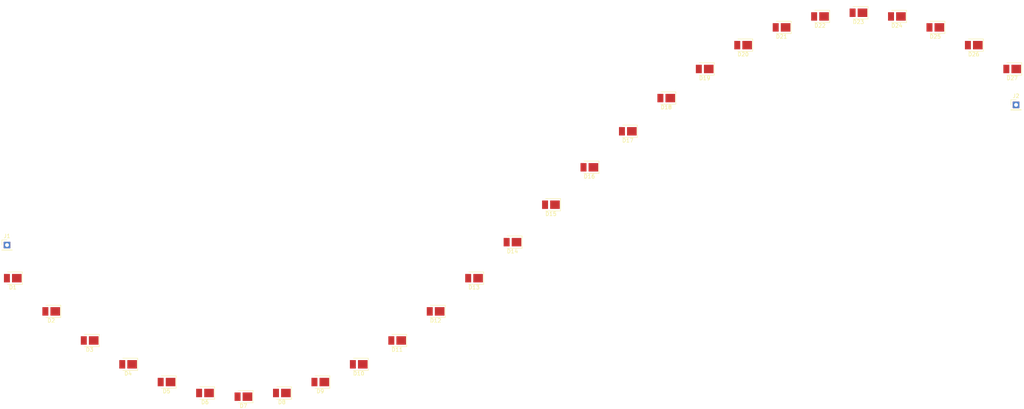
<source format=kicad_pcb>
(kicad_pcb (version 20211014) (generator pcbnew)
  (layers (0 "F.Cu" signal) (31 "B.Cu" signal) (34 "B.Paste" user) (35 "F.Paste" user) (36 "B.SilkS" user "B.Silkscreen") (37 "F.SilkS" user "F.Silkscreen") (38 "B.Mask" user) (39 "F.Mask" user) (44 "Edge.Cuts" user))
  (net 0 "")
  (net 1 "Net-(D1-Pad1)")
  (net 2 "Net-(D1-Pad2)")
  (net 3 "Net-(D2-Pad1)")
  (net 4 "Net-(D3-Pad1)")
  (net 5 "Net-(D4-Pad1)")
  (net 6 "Net-(D5-Pad1)")
  (net 7 "Net-(D6-Pad1)")
  (net 8 "Net-(D7-Pad1)")
  (net 9 "Net-(D8-Pad1)")
  (net 10 "Net-(D10-Pad2)")
  (net 11 "Net-(D10-Pad1)")
  (net 12 "Net-(D11-Pad1)")
  (net 13 "Net-(D12-Pad1)")
  (net 14 "Net-(D13-Pad1)")
  (net 15 "Net-(D14-Pad1)")
  (net 16 "Net-(D15-Pad1)")
  (net 17 "Net-(D16-Pad1)")
  (net 18 "Net-(D17-Pad1)")
  (net 19 "Net-(D18-Pad1)")
  (net 20 "Net-(D19-Pad1)")
  (net 21 "Net-(D20-Pad1)")
  (net 22 "Net-(D21-Pad1)")
  (net 23 "Net-(D22-Pad1)")
  (net 24 "Net-(D23-Pad1)")
  (net 25 "Net-(D24-Pad1)")
  (net 26 "Net-(D25-Pad1)")
  (net 27 "Net-(D26-Pad1)")
  (net 28 "Net-(D27-Pad1)")
  (footprint "LED_SMD:LED_PLCC_2835_Handsoldering" (layer "F.Cu") (at 100 146.19 180)
    (fp_text reference "D9" (at 0 -2.4 180) (layer "F.SilkS"))
    (fp_text value "LED_ALT")
    (fp_line (start -2.5 -1.6) (end -2.5 1.6) (layer "F.SilkS") (width 0.12))
    (fp_line (start 1.4 -1.6) (end -2.5 -1.6) (layer "F.SilkS") (width 0.12))
    (fp_line (start 1.4 1.6) (end -2.5 1.6) (layer "F.SilkS") (width 0.12))
    (pad "1" smd rect locked (at -1.05 0 180) (size 2.5 2.2) (layers "F.Cu" "F.Paste" "F.Mask") (net 10 "Net-(D10-Pad2)"))
    (pad "2" smd rect locked (at 1.525 0 180) (size 1.55 2.2) (layers "F.Cu" "F.Paste" "F.Mask") (net 9 "Net-(D8-Pad1)"))
  )
  (footprint "LED_SMD:LED_PLCC_2835_Handsoldering" (layer "F.Cu") (at 190 72.22 180)
    (fp_text reference "D18" (at 0 -2.4 180) (layer "F.SilkS"))
    (fp_text value "LED_ALT")
    (fp_line (start 1.4 1.6) (end -2.5 1.6) (layer "F.SilkS") (width 0.12))
    (fp_line (start 1.4 -1.6) (end -2.5 -1.6) (layer "F.SilkS") (width 0.12))
    (fp_line (start -2.5 -1.6) (end -2.5 1.6) (layer "F.SilkS") (width 0.12))
    (pad "1" smd rect locked (at -1.05 0 180) (size 2.5 2.2) (layers "F.Cu" "F.Paste" "F.Mask") (net 19 "Net-(D18-Pad1)"))
    (pad "2" smd rect locked (at 1.525 0 180) (size 1.55 2.2) (layers "F.Cu" "F.Paste" "F.Mask") (net 18 "Net-(D17-Pad1)"))
  )
  (footprint "LED_SMD:LED_PLCC_2835_Handsoldering" (layer "F.Cu") (at 150 109.75 180)
    (fp_text reference "D14" (at 0 -2.4 180) (layer "F.SilkS"))
    (fp_text value "LED_ALT")
    (fp_line (start -2.5 -1.6) (end -2.5 1.6) (layer "F.SilkS") (width 0.12))
    (fp_line (start 1.4 -1.6) (end -2.5 -1.6) (layer "F.SilkS") (width 0.12))
    (fp_line (start 1.4 1.6) (end -2.5 1.6) (layer "F.SilkS") (width 0.12))
    (pad "1" smd rect locked (at -1.05 0 180) (size 2.5 2.2) (layers "F.Cu" "F.Paste" "F.Mask") (net 15 "Net-(D14-Pad1)"))
    (pad "2" smd rect locked (at 1.525 0 180) (size 1.55 2.2) (layers "F.Cu" "F.Paste" "F.Mask") (net 14 "Net-(D13-Pad1)"))
  )
  (footprint "LED_SMD:LED_PLCC_2835_Handsoldering" (layer "F.Cu") (at 60 146.19 180)
    (fp_text reference "D5" (at 0 -2.4 180) (layer "F.SilkS"))
    (fp_text value "LED_ALT")
    (fp_line (start 1.4 -1.6) (end -2.5 -1.6) (layer "F.SilkS") (width 0.12))
    (fp_line (start 1.4 1.6) (end -2.5 1.6) (layer "F.SilkS") (width 0.12))
    (fp_line (start -2.5 -1.6) (end -2.5 1.6) (layer "F.SilkS") (width 0.12))
    (pad "1" smd rect locked (at -1.05 0 180) (size 2.5 2.2) (layers "F.Cu" "F.Paste" "F.Mask") (net 6 "Net-(D5-Pad1)"))
    (pad "2" smd rect locked (at 1.525 0 180) (size 1.55 2.2) (layers "F.Cu" "F.Paste" "F.Mask") (net 5 "Net-(D4-Pad1)"))
  )
  (footprint "LED_SMD:LED_PLCC_2835_Handsoldering" (layer "F.Cu") (at 70 149.04 180)
    (fp_text reference "D6" (at 0 -2.4 180) (layer "F.SilkS"))
    (fp_text value "LED_ALT")
    (fp_line (start 1.4 -1.6) (end -2.5 -1.6) (layer "F.SilkS") (width 0.12))
    (fp_line (start 1.4 1.6) (end -2.5 1.6) (layer "F.SilkS") (width 0.12))
    (fp_line (start -2.5 -1.6) (end -2.5 1.6) (layer "F.SilkS") (width 0.12))
    (pad "1" smd rect locked (at -1.05 0 180) (size 2.5 2.2) (layers "F.Cu" "F.Paste" "F.Mask") (net 7 "Net-(D6-Pad1)"))
    (pad "2" smd rect locked (at 1.525 0 180) (size 1.55 2.2) (layers "F.Cu" "F.Paste" "F.Mask") (net 6 "Net-(D5-Pad1)"))
  )
  (footprint "LED_SMD:LED_PLCC_2835_Handsoldering" (layer "F.Cu") (at 240 50 180)
    (fp_text reference "D23" (at 0 -2.4 180) (layer "F.SilkS"))
    (fp_text value "LED_ALT")
    (fp_line (start 1.4 1.6) (end -2.5 1.6) (layer "F.SilkS") (width 0.12))
    (fp_line (start 1.4 -1.6) (end -2.5 -1.6) (layer "F.SilkS") (width 0.12))
    (fp_line (start -2.5 -1.6) (end -2.5 1.6) (layer "F.SilkS") (width 0.12))
    (pad "1" smd rect locked (at -1.05 0 180) (size 2.5 2.2) (layers "F.Cu" "F.Paste" "F.Mask") (net 24 "Net-(D23-Pad1)"))
    (pad "2" smd rect locked (at 1.525 0 180) (size 1.55 2.2) (layers "F.Cu" "F.Paste" "F.Mask") (net 23 "Net-(D22-Pad1)"))
  )
  (footprint "LED_SMD:LED_PLCC_2835_Handsoldering" (layer "F.Cu") (at 230 50.96 180)
    (fp_text reference "D22" (at 0 -2.4 180) (layer "F.SilkS"))
    (fp_text value "LED_ALT")
    (fp_line (start 1.4 1.6) (end -2.5 1.6) (layer "F.SilkS") (width 0.12))
    (fp_line (start -2.5 -1.6) (end -2.5 1.6) (layer "F.SilkS") (width 0.12))
    (fp_line (start 1.4 -1.6) (end -2.5 -1.6) (layer "F.SilkS") (width 0.12))
    (pad "1" smd rect locked (at -1.05 0 180) (size 2.5 2.2) (layers "F.Cu" "F.Paste" "F.Mask") (net 23 "Net-(D22-Pad1)"))
    (pad "2" smd rect locked (at 1.525 0 180) (size 1.55 2.2) (layers "F.Cu" "F.Paste" "F.Mask") (net 22 "Net-(D21-Pad1)"))
  )
  (footprint "LED_SMD:LED_PLCC_2835_Handsoldering" (layer "F.Cu") (at 20 119.13 180)
    (fp_text reference "D1" (at 0 -2.4 180) (layer "F.SilkS"))
    (fp_text value "LED_ALT")
    (fp_line (start 1.4 1.6) (end -2.5 1.6) (layer "F.SilkS") (width 0.12))
    (fp_line (start -2.5 -1.6) (end -2.5 1.6) (layer "F.SilkS") (width 0.12))
    (fp_line (start 1.4 -1.6) (end -2.5 -1.6) (layer "F.SilkS") (width 0.12))
    (pad "1" smd rect locked (at -1.05 0 180) (size 2.5 2.2) (layers "F.Cu" "F.Paste" "F.Mask") (net 1 "Net-(D1-Pad1)"))
    (pad "2" smd rect locked (at 1.525 0 180) (size 1.55 2.2) (layers "F.Cu" "F.Paste" "F.Mask") (net 2 "Net-(D1-Pad2)"))
  )
  (footprint "Connector_PinHeader_2.54mm:PinHeader_1x01_P2.54mm_Vertical" (layer "F.Cu") (at 281 74)
    (fp_text reference "J2" (at 0 -2.33) (layer "F.SilkS"))
    (fp_text value "Conn_01x01_Female" hide)
    (fp_line (start -1.33 1.27) (end 1.33 1.27) (layer "F.SilkS") (width 0.12))
    (fp_line (start -1.33 -1.33) (end 0 -1.33) (layer "F.SilkS") (width 0.12))
    (fp_line (start -1.33 1.33) (end 1.33 1.33) (layer "F.SilkS") (width 0.12))
    (fp_line (start 1.33 1.27) (end 1.33 1.33) (layer "F.SilkS") (width 0.12))
    (fp_line (start -1.33 1.27) (end -1.33 1.33) (layer "F.SilkS") (width 0.12))
    (fp_line (start -1.33 0) (end -1.33 -1.33) (layer "F.SilkS") (width 0.12))
    (pad "1" thru_hole rect locked (at 0 0) (size 1.7 1.7) (drill 1) (layers *.Cu *.Mask) (net 28 "Net-(D27-Pad1)"))
  )
  (footprint "LED_SMD:LED_PLCC_2835_Handsoldering" (layer "F.Cu") (at 250 50.96 180)
    (fp_text reference "D24" (at 0 -2.4 180) (layer "F.SilkS"))
    (fp_text value "LED_ALT")
    (fp_line (start 1.4 -1.6) (end -2.5 -1.6) (layer "F.SilkS") (width 0.12))
    (fp_line (start 1.4 1.6) (end -2.5 1.6) (layer "F.SilkS") (width 0.12))
    (fp_line (start -2.5 -1.6) (end -2.5 1.6) (layer "F.SilkS") (width 0.12))
    (pad "1" smd rect locked (at -1.05 0 180) (size 2.5 2.2) (layers "F.Cu" "F.Paste" "F.Mask") (net 25 "Net-(D24-Pad1)"))
    (pad "2" smd rect locked (at 1.525 0 180) (size 1.55 2.2) (layers "F.Cu" "F.Paste" "F.Mask") (net 24 "Net-(D23-Pad1)"))
  )
  (footprint "LED_SMD:LED_PLCC_2835_Handsoldering" (layer "F.Cu") (at 200 64.64 180)
    (fp_text reference "D19" (at 0 -2.4 180) (layer "F.SilkS"))
    (fp_text value "LED_ALT")
    (fp_line (start -2.5 -1.6) (end -2.5 1.6) (layer "F.SilkS") (width 0.12))
    (fp_line (start 1.4 1.6) (end -2.5 1.6) (layer "F.SilkS") (width 0.12))
    (fp_line (start 1.4 -1.6) (end -2.5 -1.6) (layer "F.SilkS") (width 0.12))
    (pad "1" smd rect locked (at -1.05 0 180) (size 2.5 2.2) (layers "F.Cu" "F.Paste" "F.Mask") (net 20 "Net-(D19-Pad1)"))
    (pad "2" smd rect locked (at 1.525 0 180) (size 1.55 2.2) (layers "F.Cu" "F.Paste" "F.Mask") (net 19 "Net-(D18-Pad1)"))
  )
  (footprint "LED_SMD:LED_PLCC_2835_Handsoldering" (layer "F.Cu") (at 180 80.87 180)
    (fp_text reference "D17" (at 0 -2.4 180) (layer "F.SilkS"))
    (fp_text value "LED_ALT")
    (fp_line (start 1.4 1.6) (end -2.5 1.6) (layer "F.SilkS") (width 0.12))
    (fp_line (start -2.5 -1.6) (end -2.5 1.6) (layer "F.SilkS") (width 0.12))
    (fp_line (start 1.4 -1.6) (end -2.5 -1.6) (layer "F.SilkS") (width 0.12))
    (pad "1" smd rect locked (at -1.05 0 180) (size 2.5 2.2) (layers "F.Cu" "F.Paste" "F.Mask") (net 18 "Net-(D17-Pad1)"))
    (pad "2" smd rect locked (at 1.525 0 180) (size 1.55 2.2) (layers "F.Cu" "F.Paste" "F.Mask") (net 17 "Net-(D16-Pad1)"))
  )
  (footprint "LED_SMD:LED_PLCC_2835_Handsoldering" (layer "F.Cu") (at 270 58.43 180)
    (fp_text reference "D26" (at 0 -2.4 180) (layer "F.SilkS"))
    (fp_text value "LED_ALT")
    (fp_line (start 1.4 -1.6) (end -2.5 -1.6) (layer "F.SilkS") (width 0.12))
    (fp_line (start 1.4 1.6) (end -2.5 1.6) (layer "F.SilkS") (width 0.12))
    (fp_line (start -2.5 -1.6) (end -2.5 1.6) (layer "F.SilkS") (width 0.12))
    (pad "1" smd rect locked (at -1.05 0 180) (size 2.5 2.2) (layers "F.Cu" "F.Paste" "F.Mask") (net 27 "Net-(D26-Pad1)"))
    (pad "2" smd rect locked (at 1.525 0 180) (size 1.55 2.2) (layers "F.Cu" "F.Paste" "F.Mask") (net 26 "Net-(D25-Pad1)"))
  )
  (footprint "LED_SMD:LED_PLCC_2835_Handsoldering" (layer "F.Cu") (at 120 135.36 180)
    (fp_text reference "D11" (at 0 -2.4 180) (layer "F.SilkS"))
    (fp_text value "LED_ALT")
    (fp_line (start -2.5 -1.6) (end -2.5 1.6) (layer "F.SilkS") (width 0.12))
    (fp_line (start 1.4 -1.6) (end -2.5 -1.6) (layer "F.SilkS") (width 0.12))
    (fp_line (start 1.4 1.6) (end -2.5 1.6) (layer "F.SilkS") (width 0.12))
    (pad "1" smd rect locked (at -1.05 0 180) (size 2.5 2.2) (layers "F.Cu" "F.Paste" "F.Mask") (net 12 "Net-(D11-Pad1)"))
    (pad "2" smd rect locked (at 1.525 0 180) (size 1.55 2.2) (layers "F.Cu" "F.Paste" "F.Mask") (net 11 "Net-(D10-Pad1)"))
  )
  (footprint "LED_SMD:LED_PLCC_2835_Handsoldering" (layer "F.Cu") (at 90 149.04 180)
    (fp_text reference "D8" (at 0 -2.4 180) (layer "F.SilkS"))
    (fp_text value "LED_ALT")
    (fp_line (start 1.4 1.6) (end -2.5 1.6) (layer "F.SilkS") (width 0.12))
    (fp_line (start -2.5 -1.6) (end -2.5 1.6) (layer "F.SilkS") (width 0.12))
    (fp_line (start 1.4 -1.6) (end -2.5 -1.6) (layer "F.SilkS") (width 0.12))
    (pad "1" smd rect locked (at -1.05 0 180) (size 2.5 2.2) (layers "F.Cu" "F.Paste" "F.Mask") (net 9 "Net-(D8-Pad1)"))
    (pad "2" smd rect locked (at 1.525 0 180) (size 1.55 2.2) (layers "F.Cu" "F.Paste" "F.Mask") (net 8 "Net-(D7-Pad1)"))
  )
  (footprint "LED_SMD:LED_PLCC_2835_Handsoldering" (layer "F.Cu") (at 170 90.25 180)
    (fp_text reference "D16" (at 0 -2.4 180) (layer "F.SilkS"))
    (fp_text value "LED_ALT")
    (fp_line (start 1.4 -1.6) (end -2.5 -1.6) (layer "F.SilkS") (width 0.12))
    (fp_line (start -2.5 -1.6) (end -2.5 1.6) (layer "F.SilkS") (width 0.12))
    (fp_line (start 1.4 1.6) (end -2.5 1.6) (layer "F.SilkS") (width 0.12))
    (pad "1" smd rect locked (at -1.05 0 180) (size 2.5 2.2) (layers "F.Cu" "F.Paste" "F.Mask") (net 17 "Net-(D16-Pad1)"))
    (pad "2" smd rect locked (at 1.525 0 180) (size 1.55 2.2) (layers "F.Cu" "F.Paste" "F.Mask") (net 16 "Net-(D15-Pad1)"))
  )
  (footprint "LED_SMD:LED_PLCC_2835_Handsoldering" (layer "F.Cu") (at 140 119.13 180)
    (fp_text reference "D13" (at 0 -2.4 180) (layer "F.SilkS"))
    (fp_text value "LED_ALT")
    (fp_line (start 1.4 -1.6) (end -2.5 -1.6) (layer "F.SilkS") (width 0.12))
    (fp_line (start 1.4 1.6) (end -2.5 1.6) (layer "F.SilkS") (width 0.12))
    (fp_line (start -2.5 -1.6) (end -2.5 1.6) (layer "F.SilkS") (width 0.12))
    (pad "1" smd rect locked (at -1.05 0 180) (size 2.5 2.2) (layers "F.Cu" "F.Paste" "F.Mask") (net 14 "Net-(D13-Pad1)"))
    (pad "2" smd rect locked (at 1.525 0 180) (size 1.55 2.2) (layers "F.Cu" "F.Paste" "F.Mask") (net 13 "Net-(D12-Pad1)"))
  )
  (footprint "LED_SMD:LED_PLCC_2835_Handsoldering" (layer "F.Cu") (at 280 64.64 180)
    (fp_text reference "D27" (at 0 -2.4 180) (layer "F.SilkS"))
    (fp_text value "LED_ALT")
    (fp_line (start 1.4 -1.6) (end -2.5 -1.6) (layer "F.SilkS") (width 0.12))
    (fp_line (start -2.5 -1.6) (end -2.5 1.6) (layer "F.SilkS") (width 0.12))
    (fp_line (start 1.4 1.6) (end -2.5 1.6) (layer "F.SilkS") (width 0.12))
    (pad "1" smd rect locked (at -1.05 0 180) (size 2.5 2.2) (layers "F.Cu" "F.Paste" "F.Mask") (net 28 "Net-(D27-Pad1)"))
    (pad "2" smd rect locked (at 1.525 0 180) (size 1.55 2.2) (layers "F.Cu" "F.Paste" "F.Mask") (net 27 "Net-(D26-Pad1)"))
  )
  (footprint "LED_SMD:LED_PLCC_2835_Handsoldering" (layer "F.Cu") (at 210 58.43 180)
    (fp_text reference "D20" (at 0 -2.4 180) (layer "F.SilkS"))
    (fp_text value "LED_ALT")
    (fp_line (start 1.4 -1.6) (end -2.5 -1.6) (layer "F.SilkS") (width 0.12))
    (fp_line (start 1.4 1.6) (end -2.5 1.6) (layer "F.SilkS") (width 0.12))
    (fp_line (start -2.5 -1.6) (end -2.5 1.6) (layer "F.SilkS") (width 0.12))
    (pad "1" smd rect locked (at -1.05 0 180) (size 2.5 2.2) (layers "F.Cu" "F.Paste" "F.Mask") (net 21 "Net-(D20-Pad1)"))
    (pad "2" smd rect locked (at 1.525 0 180) (size 1.55 2.2) (layers "F.Cu" "F.Paste" "F.Mask") (net 20 "Net-(D19-Pad1)"))
  )
  (footprint "LED_SMD:LED_PLCC_2835_Handsoldering" (layer "F.Cu") (at 220 53.81 180)
    (fp_text reference "D21" (at 0 -2.4 180) (layer "F.SilkS"))
    (fp_text value "LED_ALT")
    (fp_line (start 1.4 1.6) (end -2.5 1.6) (layer "F.SilkS") (width 0.12))
    (fp_line (start -2.5 -1.6) (end -2.5 1.6) (layer "F.SilkS") (width 0.12))
    (fp_line (start 1.4 -1.6) (end -2.5 -1.6) (layer "F.SilkS") (width 0.12))
    (pad "1" smd rect locked (at -1.05 0 180) (size 2.5 2.2) (layers "F.Cu" "F.Paste" "F.Mask") (net 22 "Net-(D21-Pad1)"))
    (pad "2" smd rect locked (at 1.525 0 180) (size 1.55 2.2) (layers "F.Cu" "F.Paste" "F.Mask") (net 21 "Net-(D20-Pad1)"))
  )
  (footprint "LED_SMD:LED_PLCC_2835_Handsoldering" (layer "F.Cu") (at 130 127.78 180)
    (fp_text reference "D12" (at 0 -2.4 180) (layer "F.SilkS"))
    (fp_text value "LED_ALT")
    (fp_line (start 1.4 -1.6) (end -2.5 -1.6) (layer "F.SilkS") (width 0.12))
    (fp_line (start 1.4 1.6) (end -2.5 1.6) (layer "F.SilkS") (width 0.12))
    (fp_line (start -2.5 -1.6) (end -2.5 1.6) (layer "F.SilkS") (width 0.12))
    (pad "1" smd rect locked (at -1.05 0 180) (size 2.5 2.2) (layers "F.Cu" "F.Paste" "F.Mask") (net 13 "Net-(D12-Pad1)"))
    (pad "2" smd rect locked (at 1.525 0 180) (size 1.55 2.2) (layers "F.Cu" "F.Paste" "F.Mask") (net 12 "Net-(D11-Pad1)"))
  )
  (footprint "LED_SMD:LED_PLCC_2835_Handsoldering" (layer "F.Cu") (at 30 127.78 180)
    (fp_text reference "D2" (at 0 -2.4) (layer "F.SilkS"))
    (fp_text value "LED_ALT")
    (fp_line (start 1.4 1.6) (end -2.5 1.6) (layer "F.SilkS") (width 0.12))
    (fp_line (start 1.4 -1.6) (end -2.5 -1.6) (layer "F.SilkS") (width 0.12))
    (fp_line (start -2.5 -1.6) (end -2.5 1.6) (layer "F.SilkS") (width 0.12))
    (pad "1" smd rect locked (at -1.05 0 180) (size 2.5 2.2) (layers "F.Cu" "F.Paste" "F.Mask") (net 3 "Net-(D2-Pad1)"))
    (pad "2" smd rect locked (at 1.525 0 180) (size 1.55 2.2) (layers "F.Cu" "F.Paste" "F.Mask") (net 1 "Net-(D1-Pad1)"))
  )
  (footprint "LED_SMD:LED_PLCC_2835_Handsoldering" (layer "F.Cu") (at 80 150 180)
    (fp_text reference "D7" (at 0 -2.4 180) (layer "F.SilkS"))
    (fp_text value "LED_ALT")
    (fp_line (start 1.4 1.6) (end -2.5 1.6) (layer "F.SilkS") (width 0.12))
    (fp_line (start 1.4 -1.6) (end -2.5 -1.6) (layer "F.SilkS") (width 0.12))
    (fp_line (start -2.5 -1.6) (end -2.5 1.6) (layer "F.SilkS") (width 0.12))
    (pad "1" smd rect locked (at -1.05 0 180) (size 2.5 2.2) (layers "F.Cu" "F.Paste" "F.Mask") (net 8 "Net-(D7-Pad1)"))
    (pad "2" smd rect locked (at 1.525 0 180) (size 1.55 2.2) (layers "F.Cu" "F.Paste" "F.Mask") (net 7 "Net-(D6-Pad1)"))
  )
  (footprint "LED_SMD:LED_PLCC_2835_Handsoldering" (layer "F.Cu") (at 40 135.36 180)
    (fp_text reference "D3" (at 0 -2.4) (layer "F.SilkS"))
    (fp_text value "LED_ALT")
    (fp_line (start 1.4 -1.6) (end -2.5 -1.6) (layer "F.SilkS") (width 0.12))
    (fp_line (start -2.5 -1.6) (end -2.5 1.6) (layer "F.SilkS") (width 0.12))
    (fp_line (start 1.4 1.6) (end -2.5 1.6) (layer "F.SilkS") (width 0.12))
    (pad "1" smd rect locked (at -1.05 0 180) (size 2.5 2.2) (layers "F.Cu" "F.Paste" "F.Mask") (net 4 "Net-(D3-Pad1)"))
    (pad "2" smd rect locked (at 1.525 0 180) (size 1.55 2.2) (layers "F.Cu" "F.Paste" "F.Mask") (net 3 "Net-(D2-Pad1)"))
  )
  (footprint "LED_SMD:LED_PLCC_2835_Handsoldering" (layer "F.Cu") (at 110 141.57 180)
    (fp_text reference "D10" (at 0 -2.4 180) (layer "F.SilkS"))
    (fp_text value "LED_ALT")
    (fp_line (start 1.4 1.6) (end -2.5 1.6) (layer "F.SilkS") (width 0.12))
    (fp_line (start 1.4 -1.6) (end -2.5 -1.6) (layer "F.SilkS") (width 0.12))
    (fp_line (start -2.5 -1.6) (end -2.5 1.6) (layer "F.SilkS") (width 0.12))
    (pad "1" smd rect locked (at -1.05 0 180) (size 2.5 2.2) (layers "F.Cu" "F.Paste" "F.Mask") (net 11 "Net-(D10-Pad1)"))
    (pad "2" smd rect locked (at 1.525 0 180) (size 1.55 2.2) (layers "F.Cu" "F.Paste" "F.Mask") (net 10 "Net-(D10-Pad2)"))
  )
  (footprint "LED_SMD:LED_PLCC_2835_Handsoldering" (layer "F.Cu") (at 160 100 180)
    (fp_text reference "D15" (at 0 -2.4 180) (layer "F.SilkS"))
    (fp_text value "LED_ALT")
    (fp_line (start 1.4 -1.6) (end -2.5 -1.6) (layer "F.SilkS") (width 0.12))
    (fp_line (start -2.5 -1.6) (end -2.5 1.6) (layer "F.SilkS") (width 0.12))
    (fp_line (start 1.4 1.6) (end -2.5 1.6) (layer "F.SilkS") (width 0.12))
    (pad "1" smd rect locked (at -1.05 0 180) (size 2.5 2.2) (layers "F.Cu" "F.Paste" "F.Mask") (net 16 "Net-(D15-Pad1)"))
    (pad "2" smd rect locked (at 1.525 0 180) (size 1.55 2.2) (layers "F.Cu" "F.Paste" "F.Mask") (net 15 "Net-(D14-Pad1)"))
  )
  (footprint "LED_SMD:LED_PLCC_2835_Handsoldering" (layer "F.Cu") (at 260 53.81 180)
    (fp_text reference "D25" (at 0 -2.4 180) (layer "F.SilkS"))
    (fp_text value "LED_ALT")
    (fp_line (start 1.4 1.6) (end -2.5 1.6) (layer "F.SilkS") (width 0.12))
    (fp_line (start 1.4 -1.6) (end -2.5 -1.6) (layer "F.SilkS") (width 0.12))
    (fp_line (start -2.5 -1.6) (end -2.5 1.6) (layer "F.SilkS") (width 0.12))
    (pad "1" smd rect locked (at -1.05 0 180) (size 2.5 2.2) (layers "F.Cu" "F.Paste" "F.Mask") (net 26 "Net-(D25-Pad1)"))
    (pad "2" smd rect locked (at 1.525 0 180) (size 1.55 2.2) (layers "F.Cu" "F.Paste" "F.Mask") (net 25 "Net-(D24-Pad1)"))
  )
  (footprint "LED_SMD:LED_PLCC_2835_Handsoldering" (layer "F.Cu") (at 50 141.57 180)
    (fp_text reference "D4" (at 0 -2.4 180) (layer "F.SilkS"))
    (fp_text value "LED_ALT")
    (fp_line (start -2.5 -1.6) (end -2.5 1.6) (layer "F.SilkS") (width 0.12))
    (fp_line (start 1.4 -1.6) (end -2.5 -1.6) (layer "F.SilkS") (width 0.12))
    (fp_line (start 1.4 1.6) (end -2.5 1.6) (layer "F.SilkS") (width 0.12))
    (pad "1" smd rect locked (at -1.05 0 180) (size 2.5 2.2) (layers "F.Cu" "F.Paste" "F.Mask") (net 5 "Net-(D4-Pad1)"))
    (pad "2" smd rect locked (at 1.525 0 180) (size 1.55 2.2) (layers "F.Cu" "F.Paste" "F.Mask") (net 4 "Net-(D3-Pad1)"))
  )
  (footprint "Connector_PinHeader_2.54mm:PinHeader_1x01_P2.54mm_Vertical" (layer "F.Cu") (at 18.5 110.5)
    (fp_text reference "J1" (at 0 -2.33) (layer "F.SilkS"))
    (fp_text value "Conn_01x01_Female" hide)
    (fp_line (start -1.33 1.33) (end 1.33 1.33) (layer "F.SilkS") (width 0.12))
    (fp_line (start -1.33 1.27) (end 1.33 1.27) (layer "F.SilkS") (width 0.12))
    (fp_line (start 1.33 1.27) (end 1.33 1.33) (layer "F.SilkS") (width 0.12))
    (fp_line (start -1.33 -1.33) (end 0 -1.33) (layer "F.SilkS") (width 0.12))
    (fp_line (start -1.33 1.27) (end -1.33 1.33) (layer "F.SilkS") (width 0.12))
    (fp_line (start -1.33 0) (end -1.33 -1.33) (layer "F.SilkS") (width 0.12))
    (pad "1" thru_hole rect locked (at 0 0) (size 1.7 1.7) (drill 1) (layers *.Cu *.Mask) (net 2 "Net-(D1-Pad2)"))
  )
)
</source>
